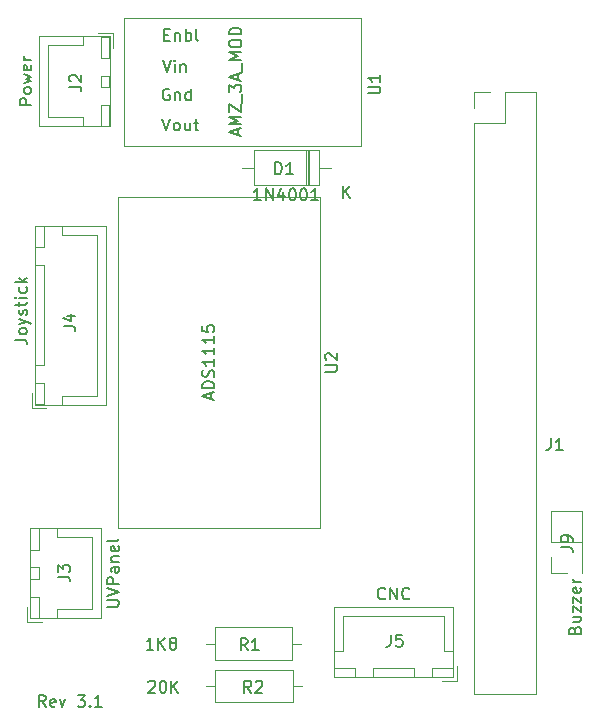
<source format=gbr>
%TF.GenerationSoftware,KiCad,Pcbnew,(5.1.8-0-10_14)*%
%TF.CreationDate,2021-12-17T17:13:00-05:00*%
%TF.ProjectId,PiHatPro,50694861-7450-4726-9f2e-6b696361645f,rev?*%
%TF.SameCoordinates,PX9b0780PY44cb540*%
%TF.FileFunction,Legend,Top*%
%TF.FilePolarity,Positive*%
%FSLAX46Y46*%
G04 Gerber Fmt 4.6, Leading zero omitted, Abs format (unit mm)*
G04 Created by KiCad (PCBNEW (5.1.8-0-10_14)) date 2021-12-17 17:13:00*
%MOMM*%
%LPD*%
G01*
G04 APERTURE LIST*
%ADD10C,0.150000*%
%ADD11C,0.120000*%
G04 APERTURE END LIST*
D10*
X3128571Y547620D02*
X2795238Y1023810D01*
X2557142Y547620D02*
X2557142Y1547620D01*
X2938095Y1547620D01*
X3033333Y1500000D01*
X3080952Y1452381D01*
X3128571Y1357143D01*
X3128571Y1214286D01*
X3080952Y1119048D01*
X3033333Y1071429D01*
X2938095Y1023810D01*
X2557142Y1023810D01*
X3938095Y595239D02*
X3842857Y547620D01*
X3652380Y547620D01*
X3557142Y595239D01*
X3509523Y690477D01*
X3509523Y1071429D01*
X3557142Y1166667D01*
X3652380Y1214286D01*
X3842857Y1214286D01*
X3938095Y1166667D01*
X3985714Y1071429D01*
X3985714Y976191D01*
X3509523Y880953D01*
X4319047Y1214286D02*
X4557142Y547620D01*
X4795238Y1214286D01*
X5842857Y1547620D02*
X6461904Y1547620D01*
X6128571Y1166667D01*
X6271428Y1166667D01*
X6366666Y1119048D01*
X6414285Y1071429D01*
X6461904Y976191D01*
X6461904Y738096D01*
X6414285Y642858D01*
X6366666Y595239D01*
X6271428Y547620D01*
X5985714Y547620D01*
X5890476Y595239D01*
X5842857Y642858D01*
X6890476Y642858D02*
X6938095Y595239D01*
X6890476Y547620D01*
X6842857Y595239D01*
X6890476Y642858D01*
X6890476Y547620D01*
X7890476Y547620D02*
X7319047Y547620D01*
X7604761Y547620D02*
X7604761Y1547620D01*
X7509523Y1404762D01*
X7414285Y1309524D01*
X7319047Y1261905D01*
D11*
%TO.C,U2*%
X26350000Y43700000D02*
X26350000Y15658000D01*
X26350000Y43700000D02*
X9250000Y43700000D01*
X9250000Y43700000D02*
X9250000Y15658000D01*
X26350000Y15650000D02*
X9250000Y15650000D01*
%TO.C,J4*%
X1950000Y25850000D02*
X3200000Y25850000D01*
X1950000Y27100000D02*
X1950000Y25850000D01*
X7450000Y40500000D02*
X7450000Y33700000D01*
X4500000Y40500000D02*
X7450000Y40500000D01*
X4500000Y41250000D02*
X4500000Y40500000D01*
X7450000Y26900000D02*
X7450000Y33700000D01*
X4500000Y26900000D02*
X7450000Y26900000D01*
X4500000Y26150000D02*
X4500000Y26900000D01*
X2250000Y41250000D02*
X2250000Y39450000D01*
X3000000Y41250000D02*
X2250000Y41250000D01*
X3000000Y39450000D02*
X3000000Y41250000D01*
X2250000Y39450000D02*
X3000000Y39450000D01*
X2250000Y27950000D02*
X2250000Y26150000D01*
X3000000Y27950000D02*
X2250000Y27950000D01*
X3000000Y26150000D02*
X3000000Y27950000D01*
X2250000Y26150000D02*
X3000000Y26150000D01*
X2250000Y37950000D02*
X2250000Y29450000D01*
X3000000Y37950000D02*
X2250000Y37950000D01*
X3000000Y29450000D02*
X3000000Y37950000D01*
X2250000Y29450000D02*
X3000000Y29450000D01*
X2240000Y41260000D02*
X2240000Y26140000D01*
X8210000Y41260000D02*
X2240000Y41260000D01*
X8210000Y26140000D02*
X8210000Y41260000D01*
X2240000Y26140000D02*
X8210000Y26140000D01*
%TO.C,J9*%
X48580000Y11920000D02*
X48580000Y17120000D01*
X48520000Y11920000D02*
X48580000Y11920000D01*
X45920000Y17120000D02*
X48580000Y17120000D01*
X48520000Y11920000D02*
X48520000Y14520000D01*
X48520000Y14520000D02*
X45920000Y14520000D01*
X45920000Y14520000D02*
X45920000Y17120000D01*
X47250000Y11920000D02*
X45920000Y11920000D01*
X45920000Y11920000D02*
X45920000Y13250000D01*
%TO.C,R2*%
X24820000Y2300000D02*
X24050000Y2300000D01*
X16740000Y2300000D02*
X17510000Y2300000D01*
X24050000Y3670000D02*
X17510000Y3670000D01*
X24050000Y930000D02*
X24050000Y3670000D01*
X17510000Y930000D02*
X24050000Y930000D01*
X17510000Y3670000D02*
X17510000Y930000D01*
%TO.C,R1*%
X16680000Y5900000D02*
X17450000Y5900000D01*
X24760000Y5900000D02*
X23990000Y5900000D01*
X17450000Y4530000D02*
X23990000Y4530000D01*
X17450000Y7270000D02*
X17450000Y4530000D01*
X23990000Y7270000D02*
X17450000Y7270000D01*
X23990000Y4530000D02*
X23990000Y7270000D01*
%TO.C,J5*%
X37950000Y2750000D02*
X37950000Y4000000D01*
X36700000Y2750000D02*
X37950000Y2750000D01*
X28300000Y8250000D02*
X32600000Y8250000D01*
X28300000Y5300000D02*
X28300000Y8250000D01*
X27550000Y5300000D02*
X28300000Y5300000D01*
X36900000Y8250000D02*
X32600000Y8250000D01*
X36900000Y5300000D02*
X36900000Y8250000D01*
X37650000Y5300000D02*
X36900000Y5300000D01*
X27550000Y3050000D02*
X29350000Y3050000D01*
X27550000Y3800000D02*
X27550000Y3050000D01*
X29350000Y3800000D02*
X27550000Y3800000D01*
X29350000Y3050000D02*
X29350000Y3800000D01*
X35850000Y3050000D02*
X37650000Y3050000D01*
X35850000Y3800000D02*
X35850000Y3050000D01*
X37650000Y3800000D02*
X35850000Y3800000D01*
X37650000Y3050000D02*
X37650000Y3800000D01*
X30850000Y3050000D02*
X34350000Y3050000D01*
X30850000Y3800000D02*
X30850000Y3050000D01*
X34350000Y3800000D02*
X30850000Y3800000D01*
X34350000Y3050000D02*
X34350000Y3800000D01*
X27540000Y3040000D02*
X37660000Y3040000D01*
X27540000Y9010000D02*
X27540000Y3040000D01*
X37660000Y9010000D02*
X27540000Y9010000D01*
X37660000Y3040000D02*
X37660000Y9010000D01*
%TO.C,J1*%
X39420000Y52580000D02*
X40750000Y52580000D01*
X39420000Y51250000D02*
X39420000Y52580000D01*
X42020000Y52580000D02*
X44620000Y52580000D01*
X42020000Y49980000D02*
X42020000Y52580000D01*
X39420000Y49980000D02*
X42020000Y49980000D01*
X44620000Y52580000D02*
X44620000Y1660000D01*
X39420000Y49980000D02*
X39420000Y1660000D01*
X39420000Y1660000D02*
X44620000Y1660000D01*
%TO.C,J3*%
X1840000Y8040000D02*
X7810000Y8040000D01*
X7810000Y8040000D02*
X7810000Y15660000D01*
X7810000Y15660000D02*
X1840000Y15660000D01*
X1840000Y15660000D02*
X1840000Y8040000D01*
X1850000Y11350000D02*
X2600000Y11350000D01*
X2600000Y11350000D02*
X2600000Y12350000D01*
X2600000Y12350000D02*
X1850000Y12350000D01*
X1850000Y12350000D02*
X1850000Y11350000D01*
X1850000Y8050000D02*
X2600000Y8050000D01*
X2600000Y8050000D02*
X2600000Y9850000D01*
X2600000Y9850000D02*
X1850000Y9850000D01*
X1850000Y9850000D02*
X1850000Y8050000D01*
X1850000Y13850000D02*
X2600000Y13850000D01*
X2600000Y13850000D02*
X2600000Y15650000D01*
X2600000Y15650000D02*
X1850000Y15650000D01*
X1850000Y15650000D02*
X1850000Y13850000D01*
X4100000Y8050000D02*
X4100000Y8800000D01*
X4100000Y8800000D02*
X7050000Y8800000D01*
X7050000Y8800000D02*
X7050000Y11850000D01*
X4100000Y15650000D02*
X4100000Y14900000D01*
X4100000Y14900000D02*
X7050000Y14900000D01*
X7050000Y14900000D02*
X7050000Y11850000D01*
X1550000Y9000000D02*
X1550000Y7750000D01*
X1550000Y7750000D02*
X2800000Y7750000D01*
%TO.C,U1*%
X9800000Y48050000D02*
X9800000Y58900000D01*
X9800000Y58900000D02*
X29800000Y58900000D01*
X29800000Y58900000D02*
X29800000Y48050000D01*
X29800000Y48050000D02*
X9800000Y48050000D01*
%TO.C,D1*%
X26240000Y44730000D02*
X26240000Y47670000D01*
X26240000Y47670000D02*
X20800000Y47670000D01*
X20800000Y47670000D02*
X20800000Y44730000D01*
X20800000Y44730000D02*
X26240000Y44730000D01*
X27260000Y46200000D02*
X26240000Y46200000D01*
X19780000Y46200000D02*
X20800000Y46200000D01*
X25340000Y44730000D02*
X25340000Y47670000D01*
X25220000Y44730000D02*
X25220000Y47670000D01*
X25460000Y44730000D02*
X25460000Y47670000D01*
%TO.C,J2*%
X8834000Y57600000D02*
X7584000Y57600000D01*
X8834000Y56350000D02*
X8834000Y57600000D01*
X3334000Y50450000D02*
X3334000Y53500000D01*
X6284000Y50450000D02*
X3334000Y50450000D01*
X6284000Y49700000D02*
X6284000Y50450000D01*
X3334000Y56550000D02*
X3334000Y53500000D01*
X6284000Y56550000D02*
X3334000Y56550000D01*
X6284000Y57300000D02*
X6284000Y56550000D01*
X8534000Y49700000D02*
X8534000Y51500000D01*
X7784000Y49700000D02*
X8534000Y49700000D01*
X7784000Y51500000D02*
X7784000Y49700000D01*
X8534000Y51500000D02*
X7784000Y51500000D01*
X8534000Y55500000D02*
X8534000Y57300000D01*
X7784000Y55500000D02*
X8534000Y55500000D01*
X7784000Y57300000D02*
X7784000Y55500000D01*
X8534000Y57300000D02*
X7784000Y57300000D01*
X8534000Y53000000D02*
X8534000Y54000000D01*
X7784000Y53000000D02*
X8534000Y53000000D01*
X7784000Y54000000D02*
X7784000Y53000000D01*
X8534000Y54000000D02*
X7784000Y54000000D01*
X8544000Y49690000D02*
X8544000Y57310000D01*
X2574000Y49690000D02*
X8544000Y49690000D01*
X2574000Y57310000D02*
X2574000Y49690000D01*
X8544000Y57310000D02*
X2574000Y57310000D01*
%TO.C,U2*%
D10*
X26814380Y28938096D02*
X27623904Y28938096D01*
X27719142Y28985715D01*
X27766761Y29033334D01*
X27814380Y29128572D01*
X27814380Y29319048D01*
X27766761Y29414286D01*
X27719142Y29461905D01*
X27623904Y29509524D01*
X26814380Y29509524D01*
X26909619Y29938096D02*
X26862000Y29985715D01*
X26814380Y30080953D01*
X26814380Y30319048D01*
X26862000Y30414286D01*
X26909619Y30461905D01*
X27004857Y30509524D01*
X27100095Y30509524D01*
X27242952Y30461905D01*
X27814380Y29890477D01*
X27814380Y30509524D01*
X17116666Y26630953D02*
X17116666Y27107143D01*
X17402380Y26535715D02*
X16402380Y26869048D01*
X17402380Y27202381D01*
X17402380Y27535715D02*
X16402380Y27535715D01*
X16402380Y27773810D01*
X16450000Y27916667D01*
X16545238Y28011905D01*
X16640476Y28059524D01*
X16830952Y28107143D01*
X16973809Y28107143D01*
X17164285Y28059524D01*
X17259523Y28011905D01*
X17354761Y27916667D01*
X17402380Y27773810D01*
X17402380Y27535715D01*
X17354761Y28488096D02*
X17402380Y28630953D01*
X17402380Y28869048D01*
X17354761Y28964286D01*
X17307142Y29011905D01*
X17211904Y29059524D01*
X17116666Y29059524D01*
X17021428Y29011905D01*
X16973809Y28964286D01*
X16926190Y28869048D01*
X16878571Y28678572D01*
X16830952Y28583334D01*
X16783333Y28535715D01*
X16688095Y28488096D01*
X16592857Y28488096D01*
X16497619Y28535715D01*
X16450000Y28583334D01*
X16402380Y28678572D01*
X16402380Y28916667D01*
X16450000Y29059524D01*
X17402380Y30011905D02*
X17402380Y29440477D01*
X17402380Y29726191D02*
X16402380Y29726191D01*
X16545238Y29630953D01*
X16640476Y29535715D01*
X16688095Y29440477D01*
X17402380Y30964286D02*
X17402380Y30392858D01*
X17402380Y30678572D02*
X16402380Y30678572D01*
X16545238Y30583334D01*
X16640476Y30488096D01*
X16688095Y30392858D01*
X17402380Y31916667D02*
X17402380Y31345239D01*
X17402380Y31630953D02*
X16402380Y31630953D01*
X16545238Y31535715D01*
X16640476Y31440477D01*
X16688095Y31345239D01*
X16402380Y32821429D02*
X16402380Y32345239D01*
X16878571Y32297620D01*
X16830952Y32345239D01*
X16783333Y32440477D01*
X16783333Y32678572D01*
X16830952Y32773810D01*
X16878571Y32821429D01*
X16973809Y32869048D01*
X17211904Y32869048D01*
X17307142Y32821429D01*
X17354761Y32773810D01*
X17402380Y32678572D01*
X17402380Y32440477D01*
X17354761Y32345239D01*
X17307142Y32297620D01*
%TO.C,J4*%
X4652380Y32766667D02*
X5366666Y32766667D01*
X5509523Y32719048D01*
X5604761Y32623810D01*
X5652380Y32480953D01*
X5652380Y32385715D01*
X4985714Y33671429D02*
X5652380Y33671429D01*
X4604761Y33433334D02*
X5319047Y33195239D01*
X5319047Y33814286D01*
X552380Y31647620D02*
X1266666Y31647620D01*
X1409523Y31600000D01*
X1504761Y31504762D01*
X1552380Y31361905D01*
X1552380Y31266667D01*
X1552380Y32266667D02*
X1504761Y32171429D01*
X1457142Y32123810D01*
X1361904Y32076191D01*
X1076190Y32076191D01*
X980952Y32123810D01*
X933333Y32171429D01*
X885714Y32266667D01*
X885714Y32409524D01*
X933333Y32504762D01*
X980952Y32552381D01*
X1076190Y32600000D01*
X1361904Y32600000D01*
X1457142Y32552381D01*
X1504761Y32504762D01*
X1552380Y32409524D01*
X1552380Y32266667D01*
X885714Y32933334D02*
X1552380Y33171429D01*
X885714Y33409524D02*
X1552380Y33171429D01*
X1790476Y33076191D01*
X1838095Y33028572D01*
X1885714Y32933334D01*
X1504761Y33742858D02*
X1552380Y33838096D01*
X1552380Y34028572D01*
X1504761Y34123810D01*
X1409523Y34171429D01*
X1361904Y34171429D01*
X1266666Y34123810D01*
X1219047Y34028572D01*
X1219047Y33885715D01*
X1171428Y33790477D01*
X1076190Y33742858D01*
X1028571Y33742858D01*
X933333Y33790477D01*
X885714Y33885715D01*
X885714Y34028572D01*
X933333Y34123810D01*
X885714Y34457143D02*
X885714Y34838096D01*
X552380Y34600000D02*
X1409523Y34600000D01*
X1504761Y34647620D01*
X1552380Y34742858D01*
X1552380Y34838096D01*
X1552380Y35171429D02*
X885714Y35171429D01*
X552380Y35171429D02*
X600000Y35123810D01*
X647619Y35171429D01*
X600000Y35219048D01*
X552380Y35171429D01*
X647619Y35171429D01*
X1504761Y36076191D02*
X1552380Y35980953D01*
X1552380Y35790477D01*
X1504761Y35695239D01*
X1457142Y35647620D01*
X1361904Y35600000D01*
X1076190Y35600000D01*
X980952Y35647620D01*
X933333Y35695239D01*
X885714Y35790477D01*
X885714Y35980953D01*
X933333Y36076191D01*
X1552380Y36504762D02*
X552380Y36504762D01*
X1171428Y36600000D02*
X1552380Y36885715D01*
X885714Y36885715D02*
X1266666Y36504762D01*
%TO.C,J9*%
X46752380Y14066667D02*
X47466666Y14066667D01*
X47609523Y14019048D01*
X47704761Y13923810D01*
X47752380Y13780953D01*
X47752380Y13685715D01*
X47752380Y14590477D02*
X47752380Y14780953D01*
X47704761Y14876191D01*
X47657142Y14923810D01*
X47514285Y15019048D01*
X47323809Y15066667D01*
X46942857Y15066667D01*
X46847619Y15019048D01*
X46800000Y14971429D01*
X46752380Y14876191D01*
X46752380Y14685715D01*
X46800000Y14590477D01*
X46847619Y14542858D01*
X46942857Y14495239D01*
X47180952Y14495239D01*
X47276190Y14542858D01*
X47323809Y14590477D01*
X47371428Y14685715D01*
X47371428Y14876191D01*
X47323809Y14971429D01*
X47276190Y15019048D01*
X47180952Y15066667D01*
X47928571Y7071429D02*
X47976190Y7214286D01*
X48023809Y7261905D01*
X48119047Y7309524D01*
X48261904Y7309524D01*
X48357142Y7261905D01*
X48404761Y7214286D01*
X48452380Y7119048D01*
X48452380Y6738096D01*
X47452380Y6738096D01*
X47452380Y7071429D01*
X47500000Y7166667D01*
X47547619Y7214286D01*
X47642857Y7261905D01*
X47738095Y7261905D01*
X47833333Y7214286D01*
X47880952Y7166667D01*
X47928571Y7071429D01*
X47928571Y6738096D01*
X47785714Y8166667D02*
X48452380Y8166667D01*
X47785714Y7738096D02*
X48309523Y7738096D01*
X48404761Y7785715D01*
X48452380Y7880953D01*
X48452380Y8023810D01*
X48404761Y8119048D01*
X48357142Y8166667D01*
X47785714Y8547620D02*
X47785714Y9071429D01*
X48452380Y8547620D01*
X48452380Y9071429D01*
X47785714Y9357143D02*
X47785714Y9880953D01*
X48452380Y9357143D01*
X48452380Y9880953D01*
X48404761Y10642858D02*
X48452380Y10547620D01*
X48452380Y10357143D01*
X48404761Y10261905D01*
X48309523Y10214286D01*
X47928571Y10214286D01*
X47833333Y10261905D01*
X47785714Y10357143D01*
X47785714Y10547620D01*
X47833333Y10642858D01*
X47928571Y10690477D01*
X48023809Y10690477D01*
X48119047Y10214286D01*
X48452380Y11119048D02*
X47785714Y11119048D01*
X47976190Y11119048D02*
X47880952Y11166667D01*
X47833333Y11214286D01*
X47785714Y11309524D01*
X47785714Y11404762D01*
%TO.C,R2*%
X20533333Y1747620D02*
X20200000Y2223810D01*
X19961904Y1747620D02*
X19961904Y2747620D01*
X20342857Y2747620D01*
X20438095Y2700000D01*
X20485714Y2652381D01*
X20533333Y2557143D01*
X20533333Y2414286D01*
X20485714Y2319048D01*
X20438095Y2271429D01*
X20342857Y2223810D01*
X19961904Y2223810D01*
X20914285Y2652381D02*
X20961904Y2700000D01*
X21057142Y2747620D01*
X21295238Y2747620D01*
X21390476Y2700000D01*
X21438095Y2652381D01*
X21485714Y2557143D01*
X21485714Y2461905D01*
X21438095Y2319048D01*
X20866666Y1747620D01*
X21485714Y1747620D01*
X11838095Y2652381D02*
X11885714Y2700000D01*
X11980952Y2747620D01*
X12219047Y2747620D01*
X12314285Y2700000D01*
X12361904Y2652381D01*
X12409523Y2557143D01*
X12409523Y2461905D01*
X12361904Y2319048D01*
X11790476Y1747620D01*
X12409523Y1747620D01*
X13028571Y2747620D02*
X13123809Y2747620D01*
X13219047Y2700000D01*
X13266666Y2652381D01*
X13314285Y2557143D01*
X13361904Y2366667D01*
X13361904Y2128572D01*
X13314285Y1938096D01*
X13266666Y1842858D01*
X13219047Y1795239D01*
X13123809Y1747620D01*
X13028571Y1747620D01*
X12933333Y1795239D01*
X12885714Y1842858D01*
X12838095Y1938096D01*
X12790476Y2128572D01*
X12790476Y2366667D01*
X12838095Y2557143D01*
X12885714Y2652381D01*
X12933333Y2700000D01*
X13028571Y2747620D01*
X13790476Y1747620D02*
X13790476Y2747620D01*
X14361904Y1747620D02*
X13933333Y2319048D01*
X14361904Y2747620D02*
X13790476Y2176191D01*
%TO.C,R1*%
X20233333Y5347620D02*
X19900000Y5823810D01*
X19661904Y5347620D02*
X19661904Y6347620D01*
X20042857Y6347620D01*
X20138095Y6300000D01*
X20185714Y6252381D01*
X20233333Y6157143D01*
X20233333Y6014286D01*
X20185714Y5919048D01*
X20138095Y5871429D01*
X20042857Y5823810D01*
X19661904Y5823810D01*
X21185714Y5347620D02*
X20614285Y5347620D01*
X20900000Y5347620D02*
X20900000Y6347620D01*
X20804761Y6204762D01*
X20709523Y6109524D01*
X20614285Y6061905D01*
X12259523Y5397620D02*
X11688095Y5397620D01*
X11973809Y5397620D02*
X11973809Y6397620D01*
X11878571Y6254762D01*
X11783333Y6159524D01*
X11688095Y6111905D01*
X12688095Y5397620D02*
X12688095Y6397620D01*
X13259523Y5397620D02*
X12830952Y5969048D01*
X13259523Y6397620D02*
X12688095Y5826191D01*
X13830952Y5969048D02*
X13735714Y6016667D01*
X13688095Y6064286D01*
X13640476Y6159524D01*
X13640476Y6207143D01*
X13688095Y6302381D01*
X13735714Y6350000D01*
X13830952Y6397620D01*
X14021428Y6397620D01*
X14116666Y6350000D01*
X14164285Y6302381D01*
X14211904Y6207143D01*
X14211904Y6159524D01*
X14164285Y6064286D01*
X14116666Y6016667D01*
X14021428Y5969048D01*
X13830952Y5969048D01*
X13735714Y5921429D01*
X13688095Y5873810D01*
X13640476Y5778572D01*
X13640476Y5588096D01*
X13688095Y5492858D01*
X13735714Y5445239D01*
X13830952Y5397620D01*
X14021428Y5397620D01*
X14116666Y5445239D01*
X14164285Y5492858D01*
X14211904Y5588096D01*
X14211904Y5778572D01*
X14164285Y5873810D01*
X14116666Y5921429D01*
X14021428Y5969048D01*
%TO.C,J5*%
X32366666Y6647620D02*
X32366666Y5933334D01*
X32319047Y5790477D01*
X32223809Y5695239D01*
X32080952Y5647620D01*
X31985714Y5647620D01*
X33319047Y6647620D02*
X32842857Y6647620D01*
X32795238Y6171429D01*
X32842857Y6219048D01*
X32938095Y6266667D01*
X33176190Y6266667D01*
X33271428Y6219048D01*
X33319047Y6171429D01*
X33366666Y6076191D01*
X33366666Y5838096D01*
X33319047Y5742858D01*
X33271428Y5695239D01*
X33176190Y5647620D01*
X32938095Y5647620D01*
X32842857Y5695239D01*
X32795238Y5742858D01*
X31885714Y9742858D02*
X31838095Y9695239D01*
X31695238Y9647620D01*
X31600000Y9647620D01*
X31457142Y9695239D01*
X31361904Y9790477D01*
X31314285Y9885715D01*
X31266666Y10076191D01*
X31266666Y10219048D01*
X31314285Y10409524D01*
X31361904Y10504762D01*
X31457142Y10600000D01*
X31600000Y10647620D01*
X31695238Y10647620D01*
X31838095Y10600000D01*
X31885714Y10552381D01*
X32314285Y9647620D02*
X32314285Y10647620D01*
X32885714Y9647620D01*
X32885714Y10647620D01*
X33933333Y9742858D02*
X33885714Y9695239D01*
X33742857Y9647620D01*
X33647619Y9647620D01*
X33504761Y9695239D01*
X33409523Y9790477D01*
X33361904Y9885715D01*
X33314285Y10076191D01*
X33314285Y10219048D01*
X33361904Y10409524D01*
X33409523Y10504762D01*
X33504761Y10600000D01*
X33647619Y10647620D01*
X33742857Y10647620D01*
X33885714Y10600000D01*
X33933333Y10552381D01*
%TO.C,J1*%
X45916666Y23297620D02*
X45916666Y22583334D01*
X45869047Y22440477D01*
X45773809Y22345239D01*
X45630952Y22297620D01*
X45535714Y22297620D01*
X46916666Y22297620D02*
X46345238Y22297620D01*
X46630952Y22297620D02*
X46630952Y23297620D01*
X46535714Y23154762D01*
X46440476Y23059524D01*
X46345238Y23011905D01*
%TO.C,J3*%
X4202380Y11566667D02*
X4916666Y11566667D01*
X5059523Y11519048D01*
X5154761Y11423810D01*
X5202380Y11280953D01*
X5202380Y11185715D01*
X4202380Y11947620D02*
X4202380Y12566667D01*
X4583333Y12233334D01*
X4583333Y12376191D01*
X4630952Y12471429D01*
X4678571Y12519048D01*
X4773809Y12566667D01*
X5011904Y12566667D01*
X5107142Y12519048D01*
X5154761Y12471429D01*
X5202380Y12376191D01*
X5202380Y12090477D01*
X5154761Y11995239D01*
X5107142Y11947620D01*
X8352380Y9040477D02*
X9161904Y9040477D01*
X9257142Y9088096D01*
X9304761Y9135715D01*
X9352380Y9230953D01*
X9352380Y9421429D01*
X9304761Y9516667D01*
X9257142Y9564286D01*
X9161904Y9611905D01*
X8352380Y9611905D01*
X8352380Y9945239D02*
X9352380Y10278572D01*
X8352380Y10611905D01*
X9352380Y10945239D02*
X8352380Y10945239D01*
X8352380Y11326191D01*
X8400000Y11421429D01*
X8447619Y11469048D01*
X8542857Y11516667D01*
X8685714Y11516667D01*
X8780952Y11469048D01*
X8828571Y11421429D01*
X8876190Y11326191D01*
X8876190Y10945239D01*
X9352380Y12373810D02*
X8828571Y12373810D01*
X8733333Y12326191D01*
X8685714Y12230953D01*
X8685714Y12040477D01*
X8733333Y11945239D01*
X9304761Y12373810D02*
X9352380Y12278572D01*
X9352380Y12040477D01*
X9304761Y11945239D01*
X9209523Y11897620D01*
X9114285Y11897620D01*
X9019047Y11945239D01*
X8971428Y12040477D01*
X8971428Y12278572D01*
X8923809Y12373810D01*
X8685714Y12850000D02*
X9352380Y12850000D01*
X8780952Y12850000D02*
X8733333Y12897620D01*
X8685714Y12992858D01*
X8685714Y13135715D01*
X8733333Y13230953D01*
X8828571Y13278572D01*
X9352380Y13278572D01*
X9304761Y14135715D02*
X9352380Y14040477D01*
X9352380Y13850000D01*
X9304761Y13754762D01*
X9209523Y13707143D01*
X8828571Y13707143D01*
X8733333Y13754762D01*
X8685714Y13850000D01*
X8685714Y14040477D01*
X8733333Y14135715D01*
X8828571Y14183334D01*
X8923809Y14183334D01*
X9019047Y13707143D01*
X9352380Y14754762D02*
X9304761Y14659524D01*
X9209523Y14611905D01*
X8352380Y14611905D01*
%TO.C,U1*%
X30452380Y52488096D02*
X31261904Y52488096D01*
X31357142Y52535715D01*
X31404761Y52583334D01*
X31452380Y52678572D01*
X31452380Y52869048D01*
X31404761Y52964286D01*
X31357142Y53011905D01*
X31261904Y53059524D01*
X30452380Y53059524D01*
X31452380Y54059524D02*
X31452380Y53488096D01*
X31452380Y53773810D02*
X30452380Y53773810D01*
X30595238Y53678572D01*
X30690476Y53583334D01*
X30738095Y53488096D01*
X19416666Y48952381D02*
X19416666Y49428572D01*
X19702380Y48857143D02*
X18702380Y49190477D01*
X19702380Y49523810D01*
X19702380Y49857143D02*
X18702380Y49857143D01*
X19416666Y50190477D01*
X18702380Y50523810D01*
X19702380Y50523810D01*
X18702380Y50904762D02*
X18702380Y51571429D01*
X19702380Y50904762D01*
X19702380Y51571429D01*
X19797619Y51714286D02*
X19797619Y52476191D01*
X18702380Y52619048D02*
X18702380Y53238096D01*
X19083333Y52904762D01*
X19083333Y53047620D01*
X19130952Y53142858D01*
X19178571Y53190477D01*
X19273809Y53238096D01*
X19511904Y53238096D01*
X19607142Y53190477D01*
X19654761Y53142858D01*
X19702380Y53047620D01*
X19702380Y52761905D01*
X19654761Y52666667D01*
X19607142Y52619048D01*
X19416666Y53619048D02*
X19416666Y54095239D01*
X19702380Y53523810D02*
X18702380Y53857143D01*
X19702380Y54190477D01*
X19797619Y54285715D02*
X19797619Y55047620D01*
X19702380Y55285715D02*
X18702380Y55285715D01*
X19416666Y55619048D01*
X18702380Y55952381D01*
X19702380Y55952381D01*
X18702380Y56619048D02*
X18702380Y56809524D01*
X18750000Y56904762D01*
X18845238Y57000000D01*
X19035714Y57047620D01*
X19369047Y57047620D01*
X19559523Y57000000D01*
X19654761Y56904762D01*
X19702380Y56809524D01*
X19702380Y56619048D01*
X19654761Y56523810D01*
X19559523Y56428572D01*
X19369047Y56380953D01*
X19035714Y56380953D01*
X18845238Y56428572D01*
X18750000Y56523810D01*
X18702380Y56619048D01*
X19702380Y57476191D02*
X18702380Y57476191D01*
X18702380Y57714286D01*
X18750000Y57857143D01*
X18845238Y57952381D01*
X18940476Y58000000D01*
X19130952Y58047620D01*
X19273809Y58047620D01*
X19464285Y58000000D01*
X19559523Y57952381D01*
X19654761Y57857143D01*
X19702380Y57714286D01*
X19702380Y57476191D01*
X13169047Y57471429D02*
X13502380Y57471429D01*
X13645238Y56947620D02*
X13169047Y56947620D01*
X13169047Y57947620D01*
X13645238Y57947620D01*
X14073809Y57614286D02*
X14073809Y56947620D01*
X14073809Y57519048D02*
X14121428Y57566667D01*
X14216666Y57614286D01*
X14359523Y57614286D01*
X14454761Y57566667D01*
X14502380Y57471429D01*
X14502380Y56947620D01*
X14978571Y56947620D02*
X14978571Y57947620D01*
X14978571Y57566667D02*
X15073809Y57614286D01*
X15264285Y57614286D01*
X15359523Y57566667D01*
X15407142Y57519048D01*
X15454761Y57423810D01*
X15454761Y57138096D01*
X15407142Y57042858D01*
X15359523Y56995239D01*
X15264285Y56947620D01*
X15073809Y56947620D01*
X14978571Y56995239D01*
X16026190Y56947620D02*
X15930952Y56995239D01*
X15883333Y57090477D01*
X15883333Y57947620D01*
X13076190Y55297620D02*
X13409523Y54297620D01*
X13742857Y55297620D01*
X14076190Y54297620D02*
X14076190Y54964286D01*
X14076190Y55297620D02*
X14028571Y55250000D01*
X14076190Y55202381D01*
X14123809Y55250000D01*
X14076190Y55297620D01*
X14076190Y55202381D01*
X14552380Y54964286D02*
X14552380Y54297620D01*
X14552380Y54869048D02*
X14600000Y54916667D01*
X14695238Y54964286D01*
X14838095Y54964286D01*
X14933333Y54916667D01*
X14980952Y54821429D01*
X14980952Y54297620D01*
X13607142Y52850000D02*
X13511904Y52897620D01*
X13369047Y52897620D01*
X13226190Y52850000D01*
X13130952Y52754762D01*
X13083333Y52659524D01*
X13035714Y52469048D01*
X13035714Y52326191D01*
X13083333Y52135715D01*
X13130952Y52040477D01*
X13226190Y51945239D01*
X13369047Y51897620D01*
X13464285Y51897620D01*
X13607142Y51945239D01*
X13654761Y51992858D01*
X13654761Y52326191D01*
X13464285Y52326191D01*
X14083333Y52564286D02*
X14083333Y51897620D01*
X14083333Y52469048D02*
X14130952Y52516667D01*
X14226190Y52564286D01*
X14369047Y52564286D01*
X14464285Y52516667D01*
X14511904Y52421429D01*
X14511904Y51897620D01*
X15416666Y51897620D02*
X15416666Y52897620D01*
X15416666Y51945239D02*
X15321428Y51897620D01*
X15130952Y51897620D01*
X15035714Y51945239D01*
X14988095Y51992858D01*
X14940476Y52088096D01*
X14940476Y52373810D01*
X14988095Y52469048D01*
X15035714Y52516667D01*
X15130952Y52564286D01*
X15321428Y52564286D01*
X15416666Y52516667D01*
X13026190Y50347620D02*
X13359523Y49347620D01*
X13692857Y50347620D01*
X14169047Y49347620D02*
X14073809Y49395239D01*
X14026190Y49442858D01*
X13978571Y49538096D01*
X13978571Y49823810D01*
X14026190Y49919048D01*
X14073809Y49966667D01*
X14169047Y50014286D01*
X14311904Y50014286D01*
X14407142Y49966667D01*
X14454761Y49919048D01*
X14502380Y49823810D01*
X14502380Y49538096D01*
X14454761Y49442858D01*
X14407142Y49395239D01*
X14311904Y49347620D01*
X14169047Y49347620D01*
X15359523Y50014286D02*
X15359523Y49347620D01*
X14930952Y50014286D02*
X14930952Y49490477D01*
X14978571Y49395239D01*
X15073809Y49347620D01*
X15216666Y49347620D01*
X15311904Y49395239D01*
X15359523Y49442858D01*
X15692857Y50014286D02*
X16073809Y50014286D01*
X15835714Y50347620D02*
X15835714Y49490477D01*
X15883333Y49395239D01*
X15978571Y49347620D01*
X16073809Y49347620D01*
%TO.C,D1*%
X22561904Y45647620D02*
X22561904Y46647620D01*
X22800000Y46647620D01*
X22942857Y46600000D01*
X23038095Y46504762D01*
X23085714Y46409524D01*
X23133333Y46219048D01*
X23133333Y46076191D01*
X23085714Y45885715D01*
X23038095Y45790477D01*
X22942857Y45695239D01*
X22800000Y45647620D01*
X22561904Y45647620D01*
X24085714Y45647620D02*
X23514285Y45647620D01*
X23800000Y45647620D02*
X23800000Y46647620D01*
X23704761Y46504762D01*
X23609523Y46409524D01*
X23514285Y46361905D01*
X21357142Y43447620D02*
X20785714Y43447620D01*
X21071428Y43447620D02*
X21071428Y44447620D01*
X20976190Y44304762D01*
X20880952Y44209524D01*
X20785714Y44161905D01*
X21785714Y43447620D02*
X21785714Y44447620D01*
X22357142Y43447620D01*
X22357142Y44447620D01*
X23261904Y44114286D02*
X23261904Y43447620D01*
X23023809Y44495239D02*
X22785714Y43780953D01*
X23404761Y43780953D01*
X23976190Y44447620D02*
X24071428Y44447620D01*
X24166666Y44400000D01*
X24214285Y44352381D01*
X24261904Y44257143D01*
X24309523Y44066667D01*
X24309523Y43828572D01*
X24261904Y43638096D01*
X24214285Y43542858D01*
X24166666Y43495239D01*
X24071428Y43447620D01*
X23976190Y43447620D01*
X23880952Y43495239D01*
X23833333Y43542858D01*
X23785714Y43638096D01*
X23738095Y43828572D01*
X23738095Y44066667D01*
X23785714Y44257143D01*
X23833333Y44352381D01*
X23880952Y44400000D01*
X23976190Y44447620D01*
X24928571Y44447620D02*
X25023809Y44447620D01*
X25119047Y44400000D01*
X25166666Y44352381D01*
X25214285Y44257143D01*
X25261904Y44066667D01*
X25261904Y43828572D01*
X25214285Y43638096D01*
X25166666Y43542858D01*
X25119047Y43495239D01*
X25023809Y43447620D01*
X24928571Y43447620D01*
X24833333Y43495239D01*
X24785714Y43542858D01*
X24738095Y43638096D01*
X24690476Y43828572D01*
X24690476Y44066667D01*
X24738095Y44257143D01*
X24785714Y44352381D01*
X24833333Y44400000D01*
X24928571Y44447620D01*
X26214285Y43447620D02*
X25642857Y43447620D01*
X25928571Y43447620D02*
X25928571Y44447620D01*
X25833333Y44304762D01*
X25738095Y44209524D01*
X25642857Y44161905D01*
X28338095Y43647620D02*
X28338095Y44647620D01*
X28909523Y43647620D02*
X28480952Y44219048D01*
X28909523Y44647620D02*
X28338095Y44076191D01*
%TO.C,J2*%
X5152380Y53066667D02*
X5866666Y53066667D01*
X6009523Y53019048D01*
X6104761Y52923810D01*
X6152380Y52780953D01*
X6152380Y52685715D01*
X5247619Y53495239D02*
X5200000Y53542858D01*
X5152380Y53638096D01*
X5152380Y53876191D01*
X5200000Y53971429D01*
X5247619Y54019048D01*
X5342857Y54066667D01*
X5438095Y54066667D01*
X5580952Y54019048D01*
X6152380Y53447620D01*
X6152380Y54066667D01*
X1936380Y51523810D02*
X936380Y51523810D01*
X936380Y51904762D01*
X984000Y52000000D01*
X1031619Y52047620D01*
X1126857Y52095239D01*
X1269714Y52095239D01*
X1364952Y52047620D01*
X1412571Y52000000D01*
X1460190Y51904762D01*
X1460190Y51523810D01*
X1936380Y52666667D02*
X1888761Y52571429D01*
X1841142Y52523810D01*
X1745904Y52476191D01*
X1460190Y52476191D01*
X1364952Y52523810D01*
X1317333Y52571429D01*
X1269714Y52666667D01*
X1269714Y52809524D01*
X1317333Y52904762D01*
X1364952Y52952381D01*
X1460190Y53000000D01*
X1745904Y53000000D01*
X1841142Y52952381D01*
X1888761Y52904762D01*
X1936380Y52809524D01*
X1936380Y52666667D01*
X1269714Y53333334D02*
X1936380Y53523810D01*
X1460190Y53714286D01*
X1936380Y53904762D01*
X1269714Y54095239D01*
X1888761Y54857143D02*
X1936380Y54761905D01*
X1936380Y54571429D01*
X1888761Y54476191D01*
X1793523Y54428572D01*
X1412571Y54428572D01*
X1317333Y54476191D01*
X1269714Y54571429D01*
X1269714Y54761905D01*
X1317333Y54857143D01*
X1412571Y54904762D01*
X1507809Y54904762D01*
X1603047Y54428572D01*
X1936380Y55333334D02*
X1269714Y55333334D01*
X1460190Y55333334D02*
X1364952Y55380953D01*
X1317333Y55428572D01*
X1269714Y55523810D01*
X1269714Y55619048D01*
%TD*%
M02*

</source>
